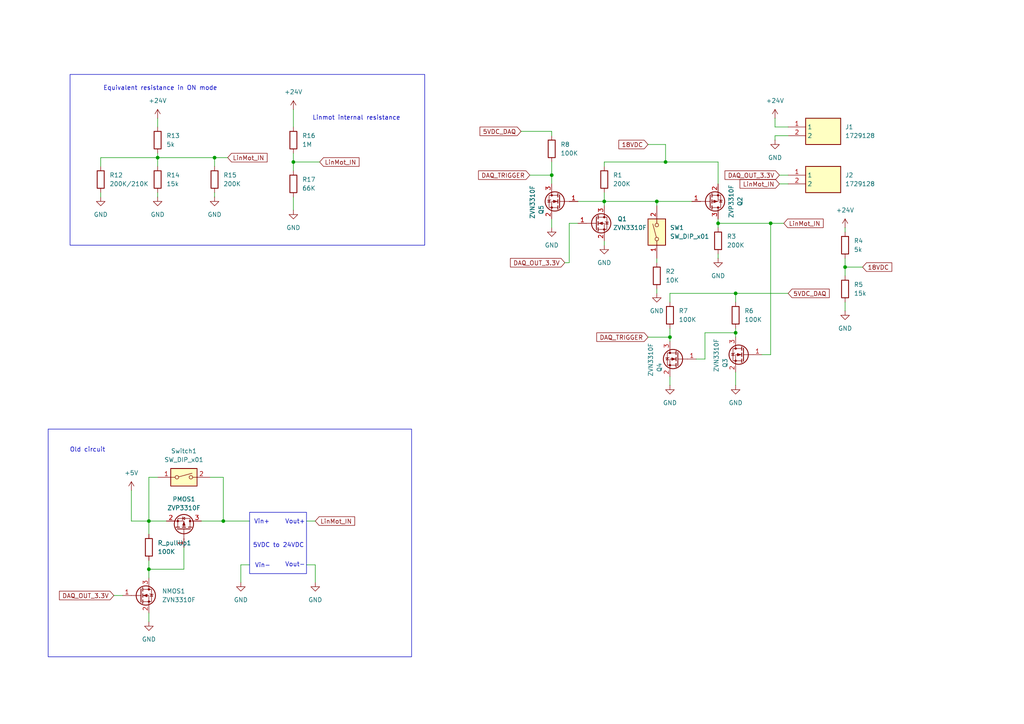
<source format=kicad_sch>
(kicad_sch (version 20231120) (generator "eeschema") (generator_version "8.0")
  (paper "A4")
  (lib_symbols
    (symbol "Device:R" (pin_numbers hide) (pin_names (offset 0))
      (property "Reference" "R" (at 2.032 0 90))
      (property "Value" "R" (at 0 0 90))
      (symbol "R_0_1"
        (rectangle (start -1.016 -2.54) (end 1.016 2.54) (stroke (width 0.254)))
      )
      (symbol "R_1_1"
        (pin passive line (at 0 3.81 270) (length 1.27) (name "~") (number "1"))
        (pin passive line (at 0 -3.81 90) (length 1.27) (name "~") (number "2"))
      )
    )
    (symbol "SamacSys_Parts:1757242"
      (property "Reference" "J" (at 16.51 7.62 0))
      (property "Value" "1757242" (at 16.51 5.08 0))
      (symbol "1757242_1_1"
        (rectangle (start 5.08 2.54) (end 15.24 -5.08) (stroke (width 0.254)) (fill (type background)))
        (pin passive line (at 0 0 0) (length 5.08) (name "1") (number "1"))
        (pin passive line (at 0 -2.54 0) (length 5.08) (name "2") (number "2"))
      )
    )
    (symbol "Switch:SW_DIP_x01" (pin_names (offset 0) hide)
      (property "Reference" "SW" (at 0 3.81 0))
      (property "Value" "SW_DIP_x01" (at 0 -3.81 0))
      (symbol "SW_DIP_x01_0_0"
        (circle (center -2.032 0) (radius 0.508))
        (polyline (pts (xy -1.524 0.127) (xy 2.3622 1.1684)))
        (circle (center 2.032 0) (radius 0.508))
      )
      (symbol "SW_DIP_x01_0_1"
        (rectangle (start -3.81 2.54) (end 3.81 -2.54) (stroke (width 0.254)) (fill (type background)))
      )
      (symbol "SW_DIP_x01_1_1"
        (pin passive line (at -7.62 0 0) (length 5.08) (name "~") (number "1"))
        (pin passive line (at 7.62 0 180) (length 5.08) (name "~") (number "2"))
      )
    )
    (symbol "Transistor_FET:VP0610T" (pin_names hide)
      (property "Reference" "Q" (at 5.08 1.905 0))
      (property "Value" "VP0610T" (at 5.08 0 0))
      (symbol "VP0610T_0_1"
        (polyline (pts (xy 0.254 0) (xy -2.54 0)))
        (polyline (pts (xy 0.254 1.905) (xy 0.254 -1.905)) (stroke (width 0.254)))
        (polyline (pts (xy 0.762 -1.27) (xy 0.762 -2.286)) (stroke (width 0.254)))
        (polyline (pts (xy 0.762 0.508) (xy 0.762 -0.508)) (stroke (width 0.254)))
        (polyline (pts (xy 0.762 2.286) (xy 0.762 1.27)) (stroke (width 0.254)))
        (polyline (pts (xy 2.54 2.54) (xy 2.54 1.778)))
        (polyline (pts (xy 2.54 -2.54) (xy 2.54 0) (xy 0.762 0)))
        (polyline (pts (xy 0.762 1.778) (xy 3.302 1.778) (xy 3.302 -1.778) (xy 0.762 -1.778)))
        (polyline (pts (xy 2.286 0) (xy 1.27 0.381) (xy 1.27 -0.381) (xy 2.286 0)) (fill (type outline)))
        (polyline (pts (xy 2.794 -0.508) (xy 2.921 -0.381) (xy 3.683 -0.381) (xy 3.81 -0.254)))
        (polyline (pts (xy 3.302 -0.381) (xy 2.921 0.254) (xy 3.683 0.254) (xy 3.302 -0.381)))
        (circle (center 1.651 0) (radius 2.794) (stroke (width 0.254)))
        (circle (center 2.54 -1.778) (radius 0.254) (fill (type outline)))
        (circle (center 2.54 1.778) (radius 0.254) (fill (type outline)))
      )
      (symbol "VP0610T_1_1"
        (pin input line (at -5.08 0 0) (length 2.54) (name "G") (number "1"))
        (pin passive line (at 2.54 -5.08 90) (length 2.54) (name "S") (number "2"))
        (pin passive line (at 2.54 5.08 270) (length 2.54) (name "D") (number "3"))
      )
    )
    (symbol "Transistor_FET:ZVN3310F" (pin_names hide)
      (property "Reference" "Q" (at 5.08 1.905 0))
      (property "Value" "ZVN3310F" (at 5.08 0 0))
      (symbol "ZVN3310F_0_1"
        (polyline (pts (xy 0.254 0) (xy -2.54 0)))
        (polyline (pts (xy 0.254 1.905) (xy 0.254 -1.905)) (stroke (width 0.254)))
        (polyline (pts (xy 0.762 -1.27) (xy 0.762 -2.286)) (stroke (width 0.254)))
        (polyline (pts (xy 0.762 0.508) (xy 0.762 -0.508)) (stroke (width 0.254)))
        (polyline (pts (xy 0.762 2.286) (xy 0.762 1.27)) (stroke (width 0.254)))
        (polyline (pts (xy 2.54 2.54) (xy 2.54 1.778)))
        (polyline (pts (xy 2.54 -2.54) (xy 2.54 0) (xy 0.762 0)))
        (polyline (pts (xy 0.762 -1.778) (xy 3.302 -1.778) (xy 3.302 1.778) (xy 0.762 1.778)))
        (polyline (pts (xy 1.016 0) (xy 2.032 0.381) (xy 2.032 -0.381) (xy 1.016 0)) (fill (type outline)))
        (polyline (pts (xy 2.794 0.508) (xy 2.921 0.381) (xy 3.683 0.381) (xy 3.81 0.254)))
        (polyline (pts (xy 3.302 0.381) (xy 2.921 -0.254) (xy 3.683 -0.254) (xy 3.302 0.381)))
        (circle (center 1.651 0) (radius 2.794) (stroke (width 0.254)))
        (circle (center 2.54 -1.778) (radius 0.254) (fill (type outline)))
        (circle (center 2.54 1.778) (radius 0.254) (fill (type outline)))
      )
      (symbol "ZVN3310F_1_1"
        (pin input line (at -5.08 0 0) (length 2.54) (name "G") (number "1"))
        (pin passive line (at 2.54 -5.08 90) (length 2.54) (name "S") (number "2"))
        (pin passive line (at 2.54 5.08 270) (length 2.54) (name "D") (number "3"))
      )
    )
    (symbol "power:+24V" (power) (pin_numbers hide) (pin_names (offset 0) hide)
      (property "Value" "+24V" (at 0 3.556 0))
      (symbol "+24V_0_1"
        (polyline (pts (xy -0.762 1.27) (xy 0 2.54)))
        (polyline (pts (xy 0 0) (xy 0 2.54)))
        (polyline (pts (xy 0 2.54) (xy 0.762 1.27)))
      )
      (symbol "+24V_1_1"
        (pin power_in line (at 0 0 90) (length 0) (name "~") (number "1"))
      )
    )
    (symbol "power:+5V" (power) (pin_numbers hide) (pin_names (offset 0) hide)
      (property "Value" "+5V" (at 0 3.556 0))
      (symbol "+5V_0_1"
        (polyline (pts (xy -0.762 1.27) (xy 0 2.54)))
        (polyline (pts (xy 0 0) (xy 0 2.54)))
        (polyline (pts (xy 0 2.54) (xy 0.762 1.27)))
      )
      (symbol "+5V_1_1"
        (pin power_in line (at 0 0 90) (length 0) (name "~") (number "1"))
      )
    )
    (symbol "power:GND" (power) (pin_numbers hide) (pin_names (offset 0) hide)
      (property "Value" "GND" (at 0 -3.81 0))
      (symbol "GND_0_1"
        (polyline (pts (xy 0 0) (xy 0 -1.27) (xy 1.27 -1.27) (xy 0 -2.54) (xy -1.27 -1.27) (xy 0 -1.27)))
      )
      (symbol "GND_1_1"
        (pin power_in line (at 0 0 270) (length 0) (name "~") (number "1"))
      )
    )
  )
  (junction (at 160.02 50.8))
  (junction (at 190.5 58.42))
  (junction (at 62.23 45.72))
  (junction (at 245.11 77.47))
  (junction (at 213.36 96.52))
  (junction (at 85.09 46.99))
  (junction (at 193.04 46.99))
  (junction (at 64.77 151.13))
  (junction (at 213.36 85.09))
  (junction (at 45.72 45.72))
  (junction (at 194.31 97.79))
  (junction (at 208.28 64.77))
  (junction (at 43.18 165.1))
  (junction (at 43.18 151.13))
  (junction (at 175.26 58.42))
  (junction (at 223.52 64.77))
  (wire (pts (xy 43.18 165.1) (xy 43.18 167.64)))
  (wire (pts (xy 29.21 45.72) (xy 45.72 45.72)))
  (wire (pts (xy 190.5 83.82) (xy 190.5 85.09)))
  (wire (pts (xy 201.93 104.14) (xy 204.47 104.14)))
  (wire (pts (xy 85.09 31.75) (xy 85.09 36.83)))
  (wire (pts (xy 224.79 34.29) (xy 224.79 36.83)))
  (wire (pts (xy 29.21 55.88) (xy 29.21 57.15)))
  (wire (pts (xy 208.28 73.66) (xy 208.28 74.93)))
  (wire (pts (xy 62.23 45.72) (xy 66.04 45.72)))
  (wire (pts (xy 190.5 74.93) (xy 190.5 76.2)))
  (wire (pts (xy 193.04 46.99) (xy 208.28 46.99)))
  (wire (pts (xy 220.98 102.87) (xy 223.52 102.87)))
  (wire (pts (xy 153.67 50.8) (xy 160.02 50.8)))
  (wire (pts (xy 62.23 45.72) (xy 62.23 48.26)))
  (wire (pts (xy 85.09 46.99) (xy 85.09 49.53)))
  (wire (pts (xy 45.72 45.72) (xy 45.72 48.26)))
  (wire (pts (xy 213.36 107.95) (xy 213.36 111.76)))
  (wire (pts (xy 175.26 58.42) (xy 175.26 59.69)))
  (wire (pts (xy 187.96 41.91) (xy 193.04 41.91)))
  (wire (pts (xy 91.44 168.91) (xy 91.44 163.83)))
  (wire (pts (xy 45.72 34.29) (xy 45.72 36.83)))
  (wire (pts (xy 85.09 57.15) (xy 85.09 60.96)))
  (wire (pts (xy 194.31 109.22) (xy 194.31 111.76)))
  (wire (pts (xy 167.64 58.42) (xy 175.26 58.42)))
  (wire (pts (xy 245.11 87.63) (xy 245.11 90.17)))
  (wire (pts (xy 165.1 64.77) (xy 167.64 64.77)))
  (wire (pts (xy 45.72 44.45) (xy 45.72 45.72)))
  (wire (pts (xy 160.02 46.99) (xy 160.02 50.8)))
  (wire (pts (xy 175.26 46.99) (xy 193.04 46.99)))
  (wire (pts (xy 33.02 172.72) (xy 35.56 172.72)))
  (wire (pts (xy 92.71 46.99) (xy 85.09 46.99)))
  (wire (pts (xy 160.02 63.5) (xy 160.02 66.04)))
  (wire (pts (xy 245.11 77.47) (xy 250.19 77.47)))
  (wire (pts (xy 43.18 177.8) (xy 43.18 180.34)))
  (wire (pts (xy 223.52 64.77) (xy 223.52 102.87)))
  (wire (pts (xy 45.72 138.43) (xy 43.18 138.43)))
  (wire (pts (xy 208.28 64.77) (xy 223.52 64.77)))
  (wire (pts (xy 175.26 46.99) (xy 175.26 48.26)))
  (wire (pts (xy 224.79 40.64) (xy 224.79 39.37)))
  (wire (pts (xy 43.18 138.43) (xy 43.18 151.13)))
  (wire (pts (xy 29.21 45.72) (xy 29.21 48.26)))
  (wire (pts (xy 208.28 63.5) (xy 208.28 64.77)))
  (wire (pts (xy 43.18 151.13) (xy 43.18 154.94)))
  (wire (pts (xy 204.47 96.52) (xy 213.36 96.52)))
  (wire (pts (xy 194.31 95.25) (xy 194.31 97.79)))
  (wire (pts (xy 45.72 45.72) (xy 62.23 45.72)))
  (wire (pts (xy 194.31 85.09) (xy 213.36 85.09)))
  (wire (pts (xy 85.09 46.99) (xy 85.09 44.45)))
  (wire (pts (xy 58.42 151.13) (xy 64.77 151.13)))
  (wire (pts (xy 151.13 38.1) (xy 160.02 38.1)))
  (wire (pts (xy 194.31 97.79) (xy 194.31 99.06)))
  (wire (pts (xy 88.9 163.83) (xy 91.44 163.83)))
  (wire (pts (xy 213.36 95.25) (xy 213.36 96.52)))
  (wire (pts (xy 208.28 53.34) (xy 208.28 46.99)))
  (wire (pts (xy 175.26 55.88) (xy 175.26 58.42)))
  (wire (pts (xy 245.11 66.04) (xy 245.11 67.31)))
  (wire (pts (xy 208.28 64.77) (xy 208.28 66.04)))
  (wire (pts (xy 88.9 151.13) (xy 91.44 151.13)))
  (wire (pts (xy 213.36 96.52) (xy 213.36 97.79)))
  (wire (pts (xy 60.96 138.43) (xy 64.77 138.43)))
  (wire (pts (xy 69.85 163.83) (xy 69.85 168.91)))
  (wire (pts (xy 38.1 151.13) (xy 43.18 151.13)))
  (wire (pts (xy 62.23 55.88) (xy 62.23 57.15)))
  (wire (pts (xy 245.11 77.47) (xy 245.11 80.01)))
  (wire (pts (xy 43.18 162.56) (xy 43.18 165.1)))
  (wire (pts (xy 53.34 165.1) (xy 43.18 165.1)))
  (wire (pts (xy 190.5 58.42) (xy 200.66 58.42)))
  (wire (pts (xy 223.52 64.77) (xy 227.33 64.77)))
  (wire (pts (xy 165.1 64.77) (xy 165.1 76.2)))
  (wire (pts (xy 204.47 104.14) (xy 204.47 96.52)))
  (wire (pts (xy 175.26 58.42) (xy 190.5 58.42)))
  (wire (pts (xy 224.79 39.37) (xy 228.6 39.37)))
  (wire (pts (xy 213.36 85.09) (xy 213.36 87.63)))
  (wire (pts (xy 245.11 74.93) (xy 245.11 77.47)))
  (wire (pts (xy 187.96 97.79) (xy 194.31 97.79)))
  (wire (pts (xy 226.06 53.34) (xy 228.6 53.34)))
  (wire (pts (xy 53.34 158.75) (xy 53.34 165.1)))
  (wire (pts (xy 64.77 151.13) (xy 72.39 151.13)))
  (wire (pts (xy 160.02 38.1) (xy 160.02 39.37)))
  (wire (pts (xy 64.77 138.43) (xy 64.77 151.13)))
  (wire (pts (xy 194.31 87.63) (xy 194.31 85.09)))
  (wire (pts (xy 193.04 41.91) (xy 193.04 46.99)))
  (wire (pts (xy 43.18 151.13) (xy 48.26 151.13)))
  (wire (pts (xy 226.06 50.8) (xy 228.6 50.8)))
  (wire (pts (xy 190.5 59.69) (xy 190.5 58.42)))
  (wire (pts (xy 38.1 142.24) (xy 38.1 151.13)))
  (wire (pts (xy 175.26 69.85) (xy 175.26 71.12)))
  (wire (pts (xy 163.83 76.2) (xy 165.1 76.2)))
  (wire (pts (xy 45.72 55.88) (xy 45.72 57.15)))
  (wire (pts (xy 224.79 36.83) (xy 228.6 36.83)))
  (wire (pts (xy 228.6 85.09) (xy 213.36 85.09)))
  (wire (pts (xy 160.02 50.8) (xy 160.02 53.34)))
  (wire (pts (xy 69.85 163.83) (xy 72.39 163.83)))
  (rectangle (start 20.32 21.59) (end 123.19 71.12))
  (rectangle (start 72.39 148.59) (end 88.9 166.37))
  (rectangle (start 13.97 124.46) (end 119.38 190.5))
  (text "Vin+" (at 75.946 151.384 0) (effects (font (size 1.27 1.27))))
  (text "Old circuit" (at 25.4 130.556 0) (effects (font (size 1.27 1.27))))
  (text "Linmot internal resistance" (at 103.378 34.29 0) (effects (font (size 1.27 1.27))))
  (text "Vin-" (at 76.2 164.084 0) (effects (font (size 1.27 1.27))))
  (text "Equivalent resistance in ON mode" (at 46.482 25.654 0) (effects (font (size 1.27 1.27))))
  (text "Vout+" (at 85.598 151.384 0) (effects (font (size 1.27 1.27))))
  (text "Vout-" (at 85.598 163.83 0) (effects (font (size 1.27 1.27))))
  (text "5VDC to 24VDC" (at 80.772 158.242 0) (effects (font (size 1.27 1.27))))
  (global_label "DAQ_OUT_3.3V" (shape input) (at 163.83 76.2 180) (property "Intersheetrefs" "${INTERSHEET_REFS}" (effects (hide yes))))
  (global_label "DAQ_TRIGGER" (shape input) (at 187.96 97.79 180) (property "Intersheetrefs" "${INTERSHEET_REFS}" (effects (hide yes))))
  (global_label "LinMot_IN" (shape input) (at 91.44 151.13 0) (property "Intersheetrefs" "${INTERSHEET_REFS}" (effects (hide yes))))
  (global_label "LinMot_IN" (shape input) (at 92.71 46.99 0) (property "Intersheetrefs" "${INTERSHEET_REFS}" (effects (hide yes))))
  (global_label "18VDC" (shape input) (at 250.19 77.47 0) (property "Intersheetrefs" "${INTERSHEET_REFS}" (effects (hide yes))))
  (global_label "5VDC_DAQ" (shape input) (at 151.13 38.1 180) (property "Intersheetrefs" "${INTERSHEET_REFS}" (effects (hide yes))))
  (global_label "18VDC" (shape input) (at 187.96 41.91 180) (property "Intersheetrefs" "${INTERSHEET_REFS}" (effects (hide yes))))
  (global_label "5VDC_DAQ" (shape input) (at 228.6 85.09 0) (property "Intersheetrefs" "${INTERSHEET_REFS}" (effects (hide yes))))
  (global_label "DAQ_OUT_3.3V" (shape input) (at 226.06 50.8 180) (property "Intersheetrefs" "${INTERSHEET_REFS}" (effects (hide yes))))
  (global_label "DAQ_TRIGGER" (shape input) (at 153.67 50.8 180) (property "Intersheetrefs" "${INTERSHEET_REFS}" (effects (hide yes))))
  (global_label "LinMot_IN" (shape input) (at 226.06 53.34 180) (property "Intersheetrefs" "${INTERSHEET_REFS}" (effects (hide yes))))
  (global_label "LinMot_IN" (shape input) (at 66.04 45.72 0) (property "Intersheetrefs" "${INTERSHEET_REFS}" (effects (hide yes))))
  (global_label "DAQ_OUT_3.3V" (shape input) (at 33.02 172.72 180) (property "Intersheetrefs" "${INTERSHEET_REFS}" (effects (hide yes))))
  (global_label "LinMot_IN" (shape input) (at 227.33 64.77 0) (property "Intersheetrefs" "${INTERSHEET_REFS}" (effects (hide yes))))
  (symbol (lib_id "Transistor_FET:VP0610T") (at 205.74 58.42 0) (mirror x) (unit 1)
    (property "Reference" "Q2" (at 214.63 58.42 90))
    (property "Value" "ZVP3310F" (at 212.09 58.42 90))
    (property "Footprint" "Package_TO_SOT_SMD:SOT-23" (effects (hide yes)))
    (property "Datasheet" "https://www.mouser.es/datasheet/2/115/DIOD_S_A0009691726_1-2543444.pdf" (effects (hide yes)))
    (property "Description" "0.075A Id, 100V Vds, P-Channel MOSFET, SOT-23" (effects (hide yes)))
  )
  (symbol (lib_id "SamacSys_Parts:1757242") (at 228.6 36.83 0) (unit 1)
    (property "Reference" "J1" (at 245.11 36.8299 0) (effects (justify left)))
    (property "Value" "1729128" (at 245.11 39.3699 0) (effects (justify left)))
    (property "Footprint" "Library:1729128" (effects (hide yes)))
    (property "Datasheet" "http://www.phoenixcontact.com/de/produkte/1757242/pdf" (effects (hide yes)))
    (property "Description" "PCB header, nominal cross section: 2.5 mm?, color: green, nominal current: 12 A, rated voltage (III/2): 320 V, contact surface: Tin, type of contact: Male connector, Number of potentials: 2, Number of rows: 1, Number of positions per row: 2, number of connections: 2, product range: MSTBA 2,5/..-G, pitch: 5.08 mm, mounting: Wave soldering, pin layout: Linear pinning, solder pin [P]: 3.5 mm, Stecksystem: CLASSIC COMBICON, Locking: without, type of packaging: packed in cardboard" (effects (hide yes)))
    (property "Height" "8.72" (effects (hide yes)))
    (property "Manufacturer_Name" "Phoenix Contact" (effects (hide yes)))
    (property "Manufacturer_Part_Number" "1757242" (effects (hide yes)))
    (property "Mouser Part Number" "651-1757242" (effects (hide yes)))
    (property "Mouser Price/Stock" "https://www.mouser.co.uk/ProductDetail/Phoenix-Contact/1757242?qs=uD%2FdkN7XIa3Ejiz9qDxlzw%3D%3D" (effects (hide yes)))
    (property "Arrow Part Number" "1757242" (effects (hide yes)))
    (property "Arrow Price/Stock" "https://www.arrow.com/en/products/1757242/phoenix-contact?region=nac" (effects (hide yes)))
  )
  (symbol (lib_id "Device:R") (at 85.09 40.64 0) (unit 1) (on_board no)
    (property "Reference" "R16" (at 87.63 39.3699 0) (effects (justify left)))
    (property "Value" "1M" (at 87.63 41.9099 0) (effects (justify left)))
    (property "Footprint" "Resistor_SMD:R_0805_2012Metric" (effects (hide yes)))
    (property "Description" "Resistor" (effects (hide yes)))
  )
  (symbol (lib_id "power:+24V") (at 224.79 34.29 0) (unit 1)
    (property "Reference" "#PWR01" (effects (hide yes)))
    (property "Value" "+24V" (at 224.79 29.21 0))
    (property "Description" "Power symbol creates a global label with name \"+24V\"" (effects (hide yes)))
  )
  (symbol (lib_id "Transistor_FET:ZVN3310F") (at 162.56 58.42 0) (mirror y) (unit 1)
    (property "Reference" "Q5" (at 156.972 62.23 90) (effects (justify left)))
    (property "Value" "ZVN3310F" (at 154.4319 63.5 90) (effects (justify left)))
    (property "Footprint" "Package_TO_SOT_SMD:SOT-23" (effects (hide yes)))
    (property "Datasheet" "http://www.diodes.com/assets/Datasheets/ZVN3310F.pdf" (effects (hide yes)))
    (property "Description" "0.1A Id, 100V Vds, N-Channel MOSFET, SOT-23" (effects (hide yes)))
  )
  (symbol (lib_id "Device:R") (at 45.72 40.64 0) (unit 1) (on_board no)
    (property "Reference" "R13" (at 48.26 39.3699 0) (effects (justify left)))
    (property "Value" "5k" (at 48.26 41.9099 0) (effects (justify left)))
    (property "Footprint" "Resistor_SMD:R_0805_2012Metric" (effects (hide yes)))
    (property "Description" "Resistor" (effects (hide yes)))
  )
  (symbol (lib_id "power:+5V") (at 38.1 142.24 0) (unit 1) (on_board no)
    (property "Reference" "#PWR03" (effects (hide yes)))
    (property "Value" "+5V" (at 38.1 137.16 0))
    (property "Description" "Power symbol creates a global label with name \"+5V\"" (effects (hide yes)))
  )
  (symbol (lib_id "Transistor_FET:ZVN3310F") (at 215.9 102.87 0) (mirror y) (unit 1)
    (property "Reference" "Q3" (at 210.312 106.68 90) (effects (justify left)))
    (property "Value" "ZVN3310F" (at 207.7719 107.95 90) (effects (justify left)))
    (property "Footprint" "Package_TO_SOT_SMD:SOT-23" (effects (hide yes)))
    (property "Datasheet" "http://www.diodes.com/assets/Datasheets/ZVN3310F.pdf" (effects (hide yes)))
    (property "Description" "0.1A Id, 100V Vds, N-Channel MOSFET, SOT-23" (effects (hide yes)))
  )
  (symbol (lib_id "power:+24V") (at 45.72 34.29 0) (unit 1) (on_board no)
    (property "Reference" "#PWR019" (effects (hide yes)))
    (property "Value" "+24V" (at 45.72 29.21 0))
    (property "Description" "Power symbol creates a global label with name \"+24V\"" (effects (hide yes)))
  )
  (symbol (lib_id "power:+24V") (at 85.09 31.75 0) (unit 1) (on_board no)
    (property "Reference" "#PWR022" (effects (hide yes)))
    (property "Value" "+24V" (at 85.09 26.67 0))
    (property "Description" "Power symbol creates a global label with name \"+24V\"" (effects (hide yes)))
  )
  (symbol (lib_id "Transistor_FET:VP0610T") (at 53.34 153.67 270) (mirror x) (unit 1) (on_board no)
    (property "Reference" "PMOS1" (at 53.34 144.78 90))
    (property "Value" "ZVP3310F" (at 53.34 147.32 90))
    (property "Footprint" "Package_TO_SOT_SMD:SOT-23" (effects (hide yes)))
    (property "Datasheet" "https://www.mouser.es/datasheet/2/115/DIOD_S_A0009691726_1-2543444.pdf" (effects (hide yes)))
    (property "Description" "0.075A Id, 100V Vds, P-Channel MOSFET, SOT-23" (effects (hide yes)))
  )
  (symbol (lib_id "Device:R") (at 62.23 52.07 0) (unit 1) (on_board no)
    (property "Reference" "R15" (at 64.77 50.7999 0) (effects (justify left)))
    (property "Value" "200K" (at 64.77 53.3399 0) (effects (justify left)))
    (property "Footprint" "Resistor_SMD:R_0805_2012Metric" (effects (hide yes)))
    (property "Description" "Resistor" (effects (hide yes)))
  )
  (symbol (lib_id "power:GND") (at 194.31 111.76 0) (unit 1)
    (property "Reference" "#PWR014" (effects (hide yes)))
    (property "Value" "GND" (at 194.31 116.84 0))
    (property "Description" "Power symbol creates a global label with name \"GND\" , ground" (effects (hide yes)))
  )
  (symbol (lib_id "Device:R") (at 208.28 69.85 0) (unit 1)
    (property "Reference" "R3" (at 210.82 68.5799 0) (effects (justify left)))
    (property "Value" "200K" (at 210.82 71.1199 0) (effects (justify left)))
    (property "Footprint" "Resistor_SMD:R_0805_2012Metric" (effects (hide yes)))
    (property "Description" "Resistor" (effects (hide yes)))
  )
  (symbol (lib_id "power:GND") (at 62.23 57.15 0) (unit 1) (on_board no)
    (property "Reference" "#PWR021" (effects (hide yes)))
    (property "Value" "GND" (at 62.23 62.23 0))
    (property "Description" "Power symbol creates a global label with name \"GND\" , ground" (effects (hide yes)))
  )
  (symbol (lib_id "Device:R") (at 160.02 43.18 0) (unit 1)
    (property "Reference" "R8" (at 162.56 41.9099 0) (effects (justify left)))
    (property "Value" "100K" (at 162.56 44.4499 0) (effects (justify left)))
    (property "Footprint" "Resistor_SMD:R_0805_2012Metric" (effects (hide yes)))
    (property "Description" "Resistor" (effects (hide yes)))
  )
  (symbol (lib_id "power:GND") (at 213.36 111.76 0) (unit 1)
    (property "Reference" "#PWR012" (effects (hide yes)))
    (property "Value" "GND" (at 213.36 116.84 0))
    (property "Description" "Power symbol creates a global label with name \"GND\" , ground" (effects (hide yes)))
  )
  (symbol (lib_id "power:GND") (at 29.21 57.15 0) (unit 1) (on_board no)
    (property "Reference" "#PWR018" (effects (hide yes)))
    (property "Value" "GND" (at 29.21 62.23 0))
    (property "Description" "Power symbol creates a global label with name \"GND\" , ground" (effects (hide yes)))
  )
  (symbol (lib_id "SamacSys_Parts:1757242") (at 228.6 50.8 0) (unit 1)
    (property "Reference" "J2" (at 245.11 50.7999 0) (effects (justify left)))
    (property "Value" "1729128" (at 245.11 53.3399 0) (effects (justify left)))
    (property "Footprint" "Library:1729128" (effects (hide yes)))
    (property "Datasheet" "http://www.phoenixcontact.com/de/produkte/1757242/pdf" (effects (hide yes)))
    (property "Description" "PCB header, nominal cross section: 2.5 mm?, color: green, nominal current: 12 A, rated voltage (III/2): 320 V, contact surface: Tin, type of contact: Male connector, Number of potentials: 2, Number of rows: 1, Number of positions per row: 2, number of connections: 2, product range: MSTBA 2,5/..-G, pitch: 5.08 mm, mounting: Wave soldering, pin layout: Linear pinning, solder pin [P]: 3.5 mm, Stecksystem: CLASSIC COMBICON, Locking: without, type of packaging: packed in cardboard" (effects (hide yes)))
    (property "Height" "8.72" (effects (hide yes)))
    (property "Manufacturer_Name" "Phoenix Contact" (effects (hide yes)))
    (property "Manufacturer_Part_Number" "1757242" (effects (hide yes)))
    (property "Mouser Part Number" "651-1757242" (effects (hide yes)))
    (property "Mouser Price/Stock" "https://www.mouser.co.uk/ProductDetail/Phoenix-Contact/1757242?qs=uD%2FdkN7XIa3Ejiz9qDxlzw%3D%3D" (effects (hide yes)))
    (property "Arrow Part Number" "1757242" (effects (hide yes)))
    (property "Arrow Price/Stock" "https://www.arrow.com/en/products/1757242/phoenix-contact?region=nac" (effects (hide yes)))
  )
  (symbol (lib_id "power:+24V") (at 245.11 66.04 0) (unit 1)
    (property "Reference" "#PWR08" (effects (hide yes)))
    (property "Value" "+24V" (at 245.11 60.96 0))
    (property "Description" "Power symbol creates a global label with name \"+24V\"" (effects (hide yes)))
  )
  (symbol (lib_id "power:GND") (at 224.79 40.64 0) (unit 1)
    (property "Reference" "#PWR011" (effects (hide yes)))
    (property "Value" "GND" (at 224.79 45.72 0))
    (property "Description" "Power symbol creates a global label with name \"GND\" , ground" (effects (hide yes)))
  )
  (symbol (lib_id "Transistor_FET:ZVN3310F") (at 172.72 64.77 0) (unit 1)
    (property "Reference" "Q1" (at 179.07 63.4999 0) (effects (justify left)))
    (property "Value" "ZVN3310F" (at 177.8 66.04 0) (effects (justify left)))
    (property "Footprint" "Package_TO_SOT_SMD:SOT-23" (effects (hide yes)))
    (property "Datasheet" "http://www.diodes.com/assets/Datasheets/ZVN3310F.pdf" (effects (hide yes)))
    (property "Description" "0.1A Id, 100V Vds, N-Channel MOSFET, SOT-23" (effects (hide yes)))
  )
  (symbol (lib_id "Device:R") (at 194.31 91.44 0) (unit 1)
    (property "Reference" "R7" (at 196.85 90.1699 0) (effects (justify left)))
    (property "Value" "100K" (at 196.85 92.7099 0) (effects (justify left)))
    (property "Footprint" "Resistor_SMD:R_0805_2012Metric" (effects (hide yes)))
    (property "Description" "Resistor" (effects (hide yes)))
  )
  (symbol (lib_id "power:GND") (at 245.11 90.17 0) (unit 1)
    (property "Reference" "#PWR09" (effects (hide yes)))
    (property "Value" "GND" (at 245.11 95.25 0))
    (property "Description" "Power symbol creates a global label with name \"GND\" , ground" (effects (hide yes)))
  )
  (symbol (lib_id "power:GND") (at 175.26 71.12 0) (unit 1)
    (property "Reference" "#PWR02" (effects (hide yes)))
    (property "Value" "GND" (at 175.26 76.2 0))
    (property "Description" "Power symbol creates a global label with name \"GND\" , ground" (effects (hide yes)))
  )
  (symbol (lib_id "power:GND") (at 91.44 168.91 0) (unit 1) (on_board no)
    (property "Reference" "#PWR05" (effects (hide yes)))
    (property "Value" "GND" (at 91.44 173.99 0))
    (property "Description" "Power symbol creates a global label with name \"GND\" , ground" (effects (hide yes)))
  )
  (symbol (lib_id "power:GND") (at 85.09 60.96 0) (unit 1) (on_board no)
    (property "Reference" "#PWR023" (effects (hide yes)))
    (property "Value" "GND" (at 85.09 66.04 0))
    (property "Description" "Power symbol creates a global label with name \"GND\" , ground" (effects (hide yes)))
  )
  (symbol (lib_id "power:GND") (at 45.72 57.15 0) (unit 1) (on_board no)
    (property "Reference" "#PWR020" (effects (hide yes)))
    (property "Value" "GND" (at 45.72 62.23 0))
    (property "Description" "Power symbol creates a global label with name \"GND\" , ground" (effects (hide yes)))
  )
  (symbol (lib_id "Device:R") (at 175.26 52.07 0) (unit 1)
    (property "Reference" "R1" (at 177.8 50.7999 0) (effects (justify left)))
    (property "Value" "200K" (at 177.8 53.3399 0) (effects (justify left)))
    (property "Footprint" "Resistor_SMD:R_0805_2012Metric" (effects (hide yes)))
    (property "Description" "Resistor" (effects (hide yes)))
  )
  (symbol (lib_id "Device:R") (at 29.21 52.07 0) (unit 1) (on_board no)
    (property "Reference" "R12" (at 31.75 50.7999 0) (effects (justify left)))
    (property "Value" "200K/210K" (at 31.75 53.3399 0) (effects (justify left)))
    (property "Footprint" "Resistor_SMD:R_0805_2012Metric" (effects (hide yes)))
    (property "Description" "Resistor" (effects (hide yes)))
  )
  (symbol (lib_id "power:GND") (at 69.85 168.91 0) (unit 1) (on_board no)
    (property "Reference" "#PWR04" (effects (hide yes)))
    (property "Value" "GND" (at 69.85 173.99 0))
    (property "Description" "Power symbol creates a global label with name \"GND\" , ground" (effects (hide yes)))
  )
  (symbol (lib_id "power:GND") (at 208.28 74.93 0) (unit 1)
    (property "Reference" "#PWR07" (effects (hide yes)))
    (property "Value" "GND" (at 208.28 80.01 0))
    (property "Description" "Power symbol creates a global label with name \"GND\" , ground" (effects (hide yes)))
  )
  (symbol (lib_id "Device:R") (at 85.09 53.34 0) (unit 1) (on_board no)
    (property "Reference" "R17" (at 87.63 52.0699 0) (effects (justify left)))
    (property "Value" "66K" (at 87.63 54.6099 0) (effects (justify left)))
    (property "Footprint" "Resistor_SMD:R_0805_2012Metric" (effects (hide yes)))
    (property "Description" "Resistor" (effects (hide yes)))
  )
  (symbol (lib_id "Switch:SW_DIP_x01") (at 190.5 67.31 90) (unit 1)
    (property "Reference" "SW1" (at 194.31 66.0399 90) (effects (justify right)))
    (property "Value" "SW_DIP_x01" (at 194.31 68.5799 90) (effects (justify right)))
    (property "Footprint" "Library:1729128" (effects (hide yes)))
    (property "Description" "1x DIP Switch, Single Pole Single Throw (SPST) switch, small symbol" (effects (hide yes)))
  )
  (symbol (lib_id "Transistor_FET:ZVN3310F") (at 40.64 172.72 0) (unit 1) (on_board no)
    (property "Reference" "NMOS1" (at 46.99 171.4499 0) (effects (justify left)))
    (property "Value" "ZVN3310F" (at 46.99 173.9899 0) (effects (justify left)))
    (property "Footprint" "Package_TO_SOT_SMD:SOT-23" (effects (hide yes)))
    (property "Datasheet" "http://www.diodes.com/assets/Datasheets/ZVN3310F.pdf" (effects (hide yes)))
    (property "Description" "0.1A Id, 100V Vds, N-Channel MOSFET, SOT-23" (effects (hide yes)))
  )
  (symbol (lib_id "Device:R") (at 213.36 91.44 0) (unit 1)
    (property "Reference" "R6" (at 215.9 90.1699 0) (effects (justify left)))
    (property "Value" "100K" (at 215.9 92.7099 0) (effects (justify left)))
    (property "Footprint" "Resistor_SMD:R_0805_2012Metric" (effects (hide yes)))
    (property "Description" "Resistor" (effects (hide yes)))
  )
  (symbol (lib_id "power:GND") (at 43.18 180.34 0) (unit 1) (on_board no)
    (property "Reference" "#PWR010" (effects (hide yes)))
    (property "Value" "GND" (at 43.18 185.42 0))
    (property "Description" "Power symbol creates a global label with name \"GND\" , ground" (effects (hide yes)))
  )
  (symbol (lib_id "Device:R") (at 43.18 158.75 0) (unit 1) (on_board no)
    (property "Reference" "R_pullUp1" (at 45.72 157.4799 0) (effects (justify left)))
    (property "Value" "100K" (at 45.72 160.0199 0) (effects (justify left)))
    (property "Description" "Resistor" (effects (hide yes)))
  )
  (symbol (lib_id "Switch:SW_DIP_x01") (at 53.34 138.43 0) (unit 1) (on_board no)
    (property "Reference" "Switch1" (at 53.34 130.81 0))
    (property "Value" "SW_DIP_x01" (at 53.34 133.35 0))
    (property "Description" "1x DIP Switch, Single Pole Single Throw (SPST) switch, small symbol" (effects (hide yes)))
  )
  (symbol (lib_id "Transistor_FET:ZVN3310F") (at 196.85 104.14 0) (mirror y) (unit 1)
    (property "Reference" "Q4" (at 191.262 107.95 90) (effects (justify left)))
    (property "Value" "ZVN3310F" (at 188.7219 109.22 90) (effects (justify left)))
    (property "Footprint" "Package_TO_SOT_SMD:SOT-23" (effects (hide yes)))
    (property "Datasheet" "http://www.diodes.com/assets/Datasheets/ZVN3310F.pdf" (effects (hide yes)))
    (property "Description" "0.1A Id, 100V Vds, N-Channel MOSFET, SOT-23" (effects (hide yes)))
  )
  (symbol (lib_id "Device:R") (at 45.72 52.07 180) (unit 1) (on_board no)
    (property "Reference" "R14" (at 48.26 50.7999 0) (effects (justify right)))
    (property "Value" "15k" (at 48.26 53.3399 0) (effects (justify right)))
    (property "Footprint" "Resistor_SMD:R_0805_2012Metric" (effects (hide yes)))
    (property "Description" "Resistor" (effects (hide yes)))
  )
  (symbol (lib_id "Device:R") (at 245.11 71.12 0) (unit 1)
    (property "Reference" "R4" (at 247.65 69.8499 0) (effects (justify left)))
    (property "Value" "5k" (at 247.65 72.3899 0) (effects (justify left)))
    (property "Footprint" "Resistor_SMD:R_0805_2012Metric" (effects (hide yes)))
    (property "Description" "Resistor" (effects (hide yes)))
  )
  (symbol (lib_id "Device:R") (at 245.11 83.82 0) (unit 1)
    (property "Reference" "R5" (at 247.65 82.5499 0) (effects (justify left)))
    (property "Value" "15k" (at 247.65 85.0899 0) (effects (justify left)))
    (property "Footprint" "Resistor_SMD:R_0805_2012Metric" (effects (hide yes)))
    (property "Description" "Resistor" (effects (hide yes)))
  )
  (symbol (lib_id "Device:R") (at 190.5 80.01 0) (unit 1)
    (property "Reference" "R2" (at 193.04 78.7399 0) (effects (justify left)))
    (property "Value" "10K" (at 193.04 81.2799 0) (effects (justify left)))
    (property "Footprint" "Resistor_SMD:R_0805_2012Metric" (effects (hide yes)))
    (property "Description" "Resistor" (effects (hide yes)))
  )
  (symbol (lib_id "power:GND") (at 160.02 66.04 0) (unit 1)
    (property "Reference" "#PWR013" (effects (hide yes)))
    (property "Value" "GND" (at 160.02 71.12 0))
    (property "Description" "Power symbol creates a global label with name \"GND\" , ground" (effects (hide yes)))
  )
  (symbol (lib_id "power:GND") (at 190.5 85.09 0) (unit 1)
    (property "Reference" "#PWR06" (effects (hide yes)))
    (property "Value" "GND" (at 190.5 90.17 0))
    (property "Description" "Power symbol creates a global label with name \"GND\" , ground" (effects (hide yes)))
  )
)
</source>
